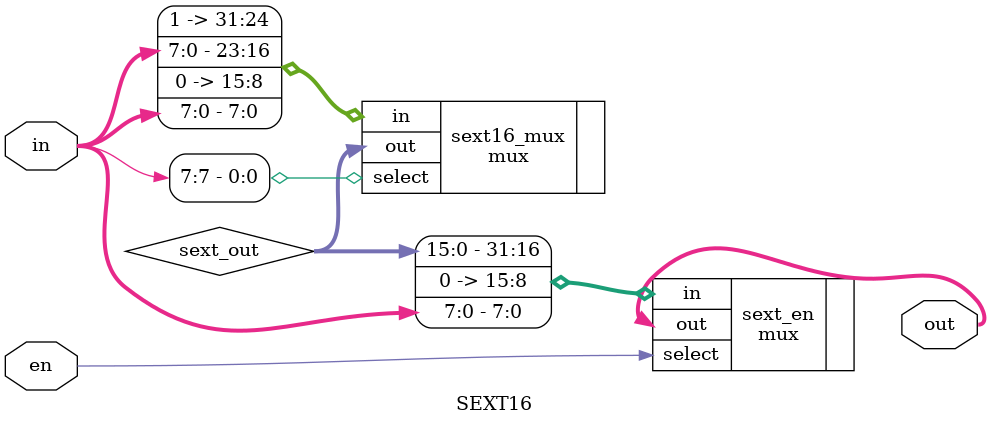
<source format=v>
`timescale 1ns/1ps
module SEXT16(in, out, en);
input [7:0] in;
input en;
output [15:0] out;

wire [15:0] sext_out;
mux #(.INPUTS(2), .WIDTH(16)) sext16_mux(.in({{8'hff, in}, {8'h00, in}}), .out(sext_out), .select(in[7]));
mux #(.INPUTS(2), .WIDTH(16)) sext_en(.in({sext_out,{8'h00, in}}), .out(out), .select(en));
endmodule
</source>
